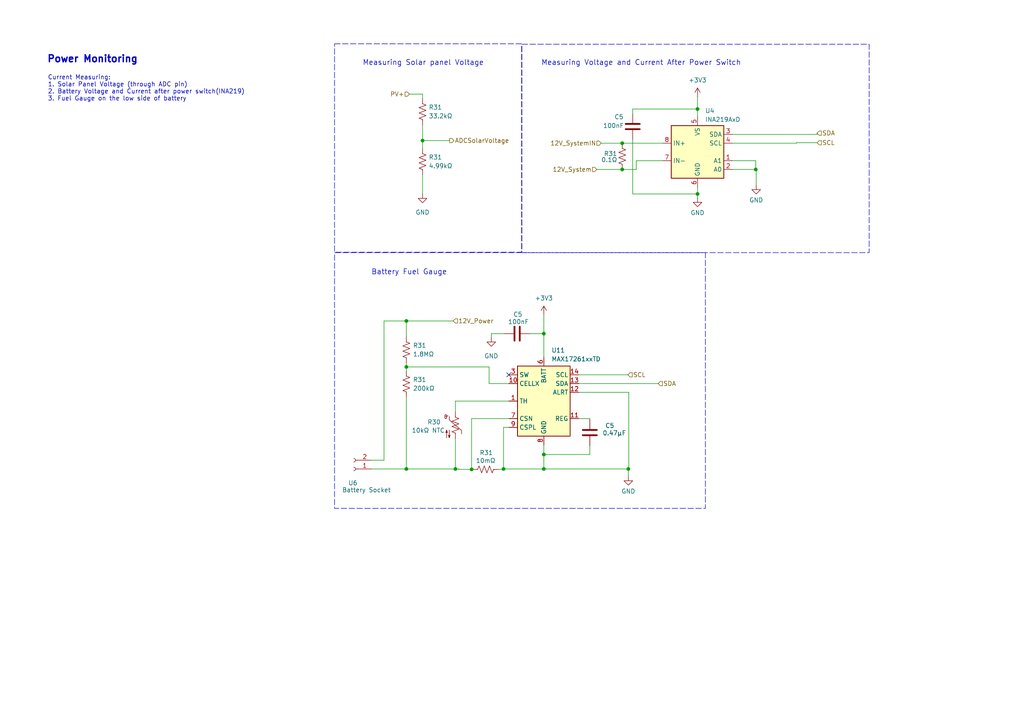
<source format=kicad_sch>
(kicad_sch (version 20230121) (generator eeschema)
  (paper "A4")
  (lib_symbols
    (symbol "Battery_Management:MAX17261xxTD"
      (property "Reference" "U" (at -6.985 11.43 0))
      (property "Value" "MAX17261xxTD" (at 8.255 11.43 0))
      (symbol "MAX17261xxTD_0_1"
        (rectangle (start -7.62 10.16) (end 7.62 -10.16) (stroke (width 0.254)) (fill (type background)))
      )
      (symbol "MAX17261xxTD_1_1"
        (pin passive line (at -10.16 0 0) (length 2.54) (name "TH") (number "1"))
        (pin input line (at -10.16 5.08 0) (length 2.54) (name "CELLX") (number "10"))
        (pin power_out line (at 10.16 -5.08 180) (length 2.54) (name "REG") (number "11"))
        (pin open_collector line (at 10.16 2.54 180) (length 2.54) (name "ALRT") (number "12"))
        (pin bidirectional line (at 10.16 5.08 180) (length 2.54) (name "SDA") (number "13"))
        (pin input line (at 10.16 7.62 180) (length 2.54) (name "SCL") (number "14"))
        (pin passive line (at 0 -12.7 90) (length 2.54) hide (name "GND") (number "15"))
        (pin no_connect line (at 2.54 -10.16 90) (length 2.54) hide (name "NC") (number "2"))
        (pin output line (at -10.16 7.62 0) (length 2.54) (name "SW") (number "3"))
        (pin no_connect line (at -2.54 -10.16 90) (length 2.54) hide (name "NC") (number "4"))
        (pin no_connect line (at 5.08 -10.16 90) (length 2.54) hide (name "NC") (number "5"))
        (pin power_in line (at 0 12.7 270) (length 2.54) (name "BATT") (number "6"))
        (pin passive line (at -10.16 -5.08 0) (length 2.54) (name "CSN") (number "7"))
        (pin power_in line (at 0 -12.7 90) (length 2.54) (name "GND") (number "8"))
        (pin passive line (at -10.16 -7.62 0) (length 2.54) (name "CSPL") (number "9"))
      )
    )
    (symbol "Connector:Conn_01x02_Socket" (pin_names (offset 1.016) hide)
      (property "Reference" "J" (at 0 2.54 0))
      (property "Value" "Conn_01x02_Socket" (at 0 -5.08 0))
      (symbol "Conn_01x02_Socket_1_1"
        (arc (start 0 -2.032) (mid -0.5058 -2.54) (end 0 -3.048) (stroke (width 0.1524)))
        (polyline (pts (xy -1.27 -2.54) (xy -0.508 -2.54)) (stroke (width 0.1524)))
        (polyline (pts (xy -1.27 0) (xy -0.508 0)) (stroke (width 0.1524)))
        (arc (start 0 0.508) (mid -0.5058 0) (end 0 -0.508) (stroke (width 0.1524)))
        (pin passive line (at -5.08 0 0) (length 3.81) (name "Pin_1") (number "1"))
        (pin passive line (at -5.08 -2.54 0) (length 3.81) (name "Pin_2") (number "2"))
      )
    )
    (symbol "Device:C" (pin_numbers hide) (pin_names (offset 0.254))
      (property "Reference" "C" (at 0.635 2.54 0))
      (property "Value" "C" (at 0.635 -2.54 0))
      (symbol "C_0_1"
        (polyline (pts (xy -2.032 -0.762) (xy 2.032 -0.762)) (stroke (width 0.508)))
        (polyline (pts (xy -2.032 0.762) (xy 2.032 0.762)) (stroke (width 0.508)))
      )
      (symbol "C_1_1"
        (pin passive line (at 0 3.81 270) (length 2.794) (name "~") (number "1"))
        (pin passive line (at 0 -3.81 90) (length 2.794) (name "~") (number "2"))
      )
    )
    (symbol "Device:R_US" (pin_numbers hide) (pin_names (offset 0))
      (property "Reference" "R" (at 2.54 0 90))
      (property "Value" "R_US" (at -2.54 0 90))
      (symbol "R_US_0_1"
        (polyline (pts (xy 0 -2.286) (xy 0 -2.54)))
        (polyline (pts (xy 0 2.286) (xy 0 2.54)))
        (polyline (pts (xy 0 -0.762) (xy 1.016 -1.143) (xy 0 -1.524) (xy -1.016 -1.905) (xy 0 -2.286)))
        (polyline (pts (xy 0 0.762) (xy 1.016 0.381) (xy 0 0) (xy -1.016 -0.381) (xy 0 -0.762)))
        (polyline (pts (xy 0 2.286) (xy 1.016 1.905) (xy 0 1.524) (xy -1.016 1.143) (xy 0 0.762)))
      )
      (symbol "R_US_1_1"
        (pin passive line (at 0 3.81 270) (length 1.27) (name "~") (number "1"))
        (pin passive line (at 0 -3.81 90) (length 1.27) (name "~") (number "2"))
      )
    )
    (symbol "Device:Thermistor_NTC_US" (pin_numbers hide) (pin_names (offset 0))
      (property "Reference" "TH" (at -4.445 0 90))
      (property "Value" "Thermistor_NTC_US" (at 3.175 0 90))
      (symbol "Thermistor_NTC_US_0_1"
        (arc (start -3.048 2.159) (mid -3.0495 2.3143) (end -3.175 2.413))
        (arc (start -3.048 2.159) (mid -2.9736 1.9794) (end -2.794 1.905))
        (arc (start -3.048 2.794) (mid -2.9736 2.6144) (end -2.794 2.54))
        (arc (start -2.794 1.905) (mid -2.6144 1.9794) (end -2.54 2.159))
        (arc (start -2.794 2.54) (mid -2.4393 2.5587) (end -2.159 2.794))
        (arc (start -2.794 3.048) (mid -2.9736 2.9736) (end -3.048 2.794))
        (arc (start -2.54 2.794) (mid -2.6144 2.9736) (end -2.794 3.048))
        (polyline (pts (xy -2.54 2.159) (xy -2.54 2.794)))
        (polyline (pts (xy 0 -2.286) (xy 0 -2.54)))
        (polyline (pts (xy 0 2.286) (xy 0 2.54)))
        (polyline (pts (xy -1.778 2.54) (xy -1.778 1.524) (xy 1.778 -1.524) (xy 1.778 -2.54)))
        (polyline (pts (xy 0 -0.762) (xy 1.016 -1.143) (xy 0 -1.524) (xy -1.016 -1.905) (xy 0 -2.286)))
        (polyline (pts (xy 0 0.762) (xy 1.016 0.381) (xy 0 0) (xy -1.016 -0.381) (xy 0 -0.762)))
        (polyline (pts (xy 0 2.286) (xy 1.016 1.905) (xy 0 1.524) (xy -1.016 1.143) (xy 0 0.762)))
        (polyline (pts (xy -2.54 -3.683) (xy -2.54 -1.397) (xy -2.794 -2.159) (xy -2.286 -2.159) (xy -2.54 -1.397) (xy -2.54 -1.651)) (fill (type outline)))
        (polyline (pts (xy -1.778 -1.397) (xy -1.778 -3.683) (xy -2.032 -2.921) (xy -1.524 -2.921) (xy -1.778 -3.683) (xy -1.778 -3.429)) (fill (type outline)))
      )
      (symbol "Thermistor_NTC_US_1_1"
        (pin passive line (at 0 3.81 270) (length 1.27) (name "~") (number "1"))
        (pin passive line (at 0 -3.81 90) (length 1.27) (name "~") (number "2"))
      )
    )
    (symbol "Sensor_Energy:INA219AxD"
      (property "Reference" "U" (at -6.35 8.89 0))
      (property "Value" "INA219AxD" (at 5.08 8.89 0))
      (symbol "INA219AxD_0_1"
        (rectangle (start -7.62 7.62) (end 7.62 -7.62) (stroke (width 0.254)) (fill (type background)))
      )
      (symbol "INA219AxD_1_1"
        (pin input line (at 10.16 -2.54 180) (length 2.54) (name "A1") (number "1"))
        (pin input line (at 10.16 -5.08 180) (length 2.54) (name "A0") (number "2"))
        (pin bidirectional line (at 10.16 5.08 180) (length 2.54) (name "SDA") (number "3"))
        (pin input line (at 10.16 2.54 180) (length 2.54) (name "SCL") (number "4"))
        (pin power_in line (at 0 10.16 270) (length 2.54) (name "VS") (number "5"))
        (pin power_in line (at 0 -10.16 90) (length 2.54) (name "GND") (number "6"))
        (pin input line (at -10.16 -2.54 0) (length 2.54) (name "IN-") (number "7"))
        (pin input line (at -10.16 2.54 0) (length 2.54) (name "IN+") (number "8"))
      )
    )
    (symbol "power:+3V3" (power) (pin_names (offset 0))
      (property "Value" "+3V3" (at 0 3.556 0))
      (symbol "+3V3_0_1"
        (polyline (pts (xy -0.762 1.27) (xy 0 2.54)))
        (polyline (pts (xy 0 0) (xy 0 2.54)))
        (polyline (pts (xy 0 2.54) (xy 0.762 1.27)))
      )
      (symbol "+3V3_1_1"
        (pin power_in line (at 0 0 90) (length 0) hide (name "+3V3") (number "1"))
      )
    )
    (symbol "power:GND" (power) (pin_names (offset 0))
      (property "Value" "GND" (at 0 -3.81 0))
      (symbol "GND_0_1"
        (polyline (pts (xy 0 0) (xy 0 -1.27) (xy 1.27 -1.27) (xy 0 -2.54) (xy -1.27 -1.27) (xy 0 -1.27)))
      )
      (symbol "GND_1_1"
        (pin power_in line (at 0 0 270) (length 0) hide (name "GND") (number "1"))
      )
    )
  )
  (junction (at 136.779 136.144))
  (junction (at 117.856 106.426))
  (junction (at 202.311 31.623))
  (junction (at 157.734 96.774))
  (junction (at 117.856 93.091))
  (junction (at 219.202 49.149))
  (junction (at 157.734 136.017))
  (junction (at 202.311 56.261))
  (junction (at 182.245 136.017))
  (junction (at 180.467 41.529))
  (junction (at 157.734 131.826))
  (junction (at 122.555 40.767))
  (junction (at 132.08 136.017))
  (junction (at 146.05 136.017))
  (junction (at 180.467 49.149))
  (junction (at 117.856 136.017))
  (no_connect (at 147.574 108.712))
  (wire (pts (xy 136.779 136.144) (xy 137.033 136.144)))
  (wire (pts (xy 146.05 136.017) (xy 157.734 136.017)))
  (wire (pts (xy 122.555 27.305) (xy 122.555 28.575)))
  (wire (pts (xy 182.245 136.017) (xy 157.734 136.017)))
  (wire (pts (xy 133.096 136.144) (xy 136.779 136.144)))
  (wire (pts (xy 132.08 116.332) (xy 147.574 116.332)))
  (wire (pts (xy 147.574 121.412) (xy 136.779 121.412)))
  (wire (pts (xy 182.245 135.763) (xy 182.245 136.017)))
  (wire (pts (xy 141.859 111.252) (xy 147.574 111.252)))
  (wire (pts (xy 167.894 113.792) (xy 182.372 113.792)))
  (wire (pts (xy 167.894 111.252) (xy 190.881 111.252)))
  (wire (pts (xy 117.856 115.189) (xy 117.856 136.017)))
  (wire (pts (xy 118.745 27.305) (xy 122.555 27.305)))
  (wire (pts (xy 182.372 135.763) (xy 182.245 135.763)))
  (wire (pts (xy 147.574 123.952) (xy 146.05 123.952)))
  (wire (pts (xy 219.202 46.609) (xy 219.202 49.149)))
  (wire (pts (xy 142.494 96.774) (xy 146.177 96.774)))
  (wire (pts (xy 157.734 131.826) (xy 157.734 136.017)))
  (wire (pts (xy 202.311 56.261) (xy 202.311 57.404)))
  (wire (pts (xy 183.515 56.261) (xy 202.311 56.261)))
  (wire (pts (xy 202.311 28.067) (xy 202.311 31.623)))
  (wire (pts (xy 171.069 121.412) (xy 171.069 121.666)))
  (wire (pts (xy 117.856 93.091) (xy 131.445 93.091)))
  (wire (pts (xy 157.734 91.313) (xy 157.734 96.774)))
  (wire (pts (xy 231.013 41.402) (xy 231.013 41.529)))
  (wire (pts (xy 157.734 96.774) (xy 157.734 103.632)))
  (wire (pts (xy 153.797 96.774) (xy 157.734 96.774)))
  (wire (pts (xy 132.08 119.507) (xy 132.08 116.332)))
  (wire (pts (xy 183.515 31.623) (xy 183.515 32.893)))
  (wire (pts (xy 236.982 41.402) (xy 231.013 41.402)))
  (wire (pts (xy 167.894 121.412) (xy 171.069 121.412)))
  (wire (pts (xy 171.069 131.826) (xy 157.734 131.826)))
  (wire (pts (xy 111.379 93.091) (xy 117.856 93.091)))
  (wire (pts (xy 212.471 49.149) (xy 219.202 49.149)))
  (wire (pts (xy 183.515 40.513) (xy 183.515 56.261)))
  (wire (pts (xy 202.311 31.623) (xy 202.311 33.909)))
  (wire (pts (xy 171.069 129.286) (xy 171.069 131.826)))
  (wire (pts (xy 132.08 136.017) (xy 132.08 127.127)))
  (wire (pts (xy 174.371 41.529) (xy 180.467 41.529)))
  (wire (pts (xy 212.471 38.989) (xy 236.982 38.989)))
  (wire (pts (xy 167.894 108.712) (xy 182.118 108.712)))
  (wire (pts (xy 146.05 136.144) (xy 144.653 136.144)))
  (wire (pts (xy 182.245 138.176) (xy 182.245 136.017)))
  (wire (pts (xy 146.05 136.017) (xy 146.05 136.144)))
  (wire (pts (xy 142.494 97.917) (xy 142.494 96.774)))
  (wire (pts (xy 132.08 136.017) (xy 133.096 136.017)))
  (wire (pts (xy 117.856 105.283) (xy 117.856 106.426)))
  (wire (pts (xy 122.555 40.767) (xy 130.429 40.767)))
  (wire (pts (xy 117.856 106.426) (xy 117.856 107.569)))
  (wire (pts (xy 212.471 46.609) (xy 219.202 46.609)))
  (wire (pts (xy 212.471 41.529) (xy 231.013 41.529)))
  (wire (pts (xy 122.555 36.195) (xy 122.555 40.767)))
  (wire (pts (xy 133.096 136.017) (xy 133.096 136.144)))
  (wire (pts (xy 219.329 49.149) (xy 219.202 49.149)))
  (wire (pts (xy 236.982 38.989) (xy 236.982 38.608)))
  (wire (pts (xy 180.467 49.149) (xy 173.101 49.149)))
  (wire (pts (xy 180.467 41.529) (xy 192.151 41.529)))
  (wire (pts (xy 219.329 49.149) (xy 219.329 53.721)))
  (wire (pts (xy 136.779 121.412) (xy 136.779 136.144)))
  (wire (pts (xy 184.531 46.609) (xy 184.531 49.149)))
  (wire (pts (xy 117.856 97.663) (xy 117.856 93.091)))
  (wire (pts (xy 184.531 49.149) (xy 180.467 49.149)))
  (wire (pts (xy 192.151 46.609) (xy 184.531 46.609)))
  (wire (pts (xy 157.734 129.032) (xy 157.734 131.826)))
  (wire (pts (xy 122.555 50.673) (xy 122.555 56.261)))
  (wire (pts (xy 202.311 31.623) (xy 183.515 31.623)))
  (wire (pts (xy 182.372 113.792) (xy 182.372 135.763)))
  (wire (pts (xy 141.859 106.426) (xy 141.859 111.252)))
  (wire (pts (xy 202.311 54.229) (xy 202.311 56.261)))
  (wire (pts (xy 117.856 136.017) (xy 132.08 136.017)))
  (wire (pts (xy 111.379 93.091) (xy 111.379 133.477)))
  (wire (pts (xy 122.555 40.767) (xy 122.555 43.053)))
  (wire (pts (xy 117.856 106.426) (xy 141.859 106.426)))
  (wire (pts (xy 107.696 133.477) (xy 111.379 133.477)))
  (wire (pts (xy 107.696 136.017) (xy 117.856 136.017)))
  (wire (pts (xy 146.05 123.952) (xy 146.05 136.017)))
  (rectangle (start 97.028 12.7) (end 151.257 73.152) (stroke (width 0) (type dash)))
  (rectangle (start 151.384 12.827) (end 252.095 73.279) (stroke (width 0) (type dash)))
  (rectangle (start 97.028 73.279) (end 204.597 147.447) (stroke (width 0) (type dash)))
  (text "Power Monitoring" (at 13.589 18.415 0) (effects (font (size 2 2) (thickness 0.4) bold) (justify left bottom)))
  (text "Measuring Solar panel Voltage" (at 105.156 19.177 0) (effects (font (size 1.5 1.5)) (justify left bottom)))
  (text "Current Measuring:\n1. Solar Panel Voltage (through ADC pin)\n2. Battery Voltage and Current after power switch(INA219)\n3. Fuel Gauge on the low side of battery" (at 13.843 29.464 0) (effects (font (size 1.27 1.27)) (justify left bottom)))
  (text "Measuring Voltage and Current After Power Switch" (at 156.972 19.177 0) (effects (font (size 1.5 1.5)) (justify left bottom)))
  (text "Battery Fuel Gauge" (at 107.696 79.883 0) (effects (font (size 1.5 1.5)) (justify left bottom)))
  (hierarchical_label "SDA" (shape input) (at 190.881 111.252 0))
  (hierarchical_label "12V_Power" (shape input) (at 131.445 93.091 0))
  (hierarchical_label "PV+" (shape input) (at 118.745 27.305 180))
  (hierarchical_label "12V_SystemIN" (shape input) (at 174.371 41.529 180))
  (hierarchical_label "ADCSolarVoltage" (shape output) (at 130.429 40.767 0))
  (hierarchical_label "SCL" (shape input) (at 236.982 41.402 0))
  (hierarchical_label "12V_System" (shape input) (at 173.101 49.149 180))
  (hierarchical_label "SCL" (shape input) (at 182.118 108.712 0))
  (hierarchical_label "SDA" (shape input) (at 236.982 38.608 0))
  (symbol (lib_id "Sensor_Energy:INA219AxD") (at 202.311 44.069 0) (unit 1)
    (property "Reference" "U4" (at 204.5051 32.131 0) (effects (justify left)))
    (property "Value" "INA219AxD" (at 204.5051 34.671 0) (effects (justify left)))
    (property "Footprint" "Package_SO:SOIC-8_3.9x4.9mm_P1.27mm" (effects hide))
    (property "Datasheet" "http://www.ti.com/lit/ds/symlink/ina219.pdf" (effects hide))
    (property "Manufacturer" "TI" (effects hide))
    (property "MFG Part#" "INA219AIDR" (effects hide))
    (property "Description" "0V~26V 1.0 SOIC-8 Current Sense Amplifiers ROHS" (effects hide))
    (property "Package" "SOIC-8" (effects hide))
    (property "LCSC" "C138706" (effects hide))
  )
  (symbol (lib_id "Battery_Management:MAX17261xxTD") (at 157.734 116.332 0) (unit 1)
    (property "Reference" "U11" (at 159.9281 101.6 0) (effects (justify left)))
    (property "Value" "MAX17261xxTD" (at 159.9281 104.14 0) (effects (justify left)))
    (property "Footprint" "Package_DFN_QFN:TDFN-14-1EP_3x3mm_P0.4mm_EP1.78x2.35mm" (effects hide))
    (property "Datasheet" "https://datasheets.maximintegrated.com/en/ds/MAX17261.pdf" (effects hide))
    (property "Manufacturer" "MAXIM" (effects hide))
    (property "MFG Part#" "MAX17261METD+" (effects hide))
    (property "Description" "2.3V~4.9V Lithium-ion/Polymer 1 TDFN-14(3x3) Battery Management ROHS" (effects hide))
    (property "Package" "TDFN-14(3x3)" (effects hide))
    (property "LCSC" "C7457893" (effects hide))
  )
  (symbol (lib_id "power:GND") (at 202.311 57.404 0) (unit 1)
    (property "Reference" "#PWR051" (effects hide))
    (property "Value" "GND" (at 202.311 61.722 0))
  )
  (symbol (lib_id "power:+3V3") (at 157.734 91.313 0) (unit 1)
    (property "Reference" "#PWR040" (effects hide))
    (property "Value" "+3V3" (at 157.734 86.487 0))
  )
  (symbol (lib_id "Device:R_US") (at 117.856 101.473 0) (unit 1)
    (property "Reference" "R31" (at 119.761 100.203 0) (effects (justify left)))
    (property "Value" "1.8MΩ" (at 119.761 102.743 0) (effects (justify left)))
    (property "Footprint" "Resistor_SMD:R_1206_3216Metric" (effects hide))
    (property "Manufacturer" "FOJAN" (effects hide))
    (property "MFG Part#" "FRC1206F1804TS" (effects hide))
    (property "Description" "250mW Thick Film Resistor 200V ±100ppm/℃ ±1% 1.8MΩ 1206 Chip Resistor - Surface Mount ROHS" (effects hide))
    (property "Package" "1206" (effects hide))
    (property "LCSC" "C2933615" (effects hide))
    (instances (project "Taz Main PCB V1.14" (path "" (reference "R31") (unit 1)) (path "" (reference "R31") (unit 1)) (path "" (reference "R32") (unit 1))))
  )
  (symbol (lib_id "power:GND") (at 142.494 97.917 0) (unit 1)
    (property "Reference" "#PWR047" (effects hide))
    (property "Value" "GND" (at 142.494 103.251 0))
  )
  (symbol (lib_id "Device:R_US") (at 122.555 46.863 0) (unit 1)
    (property "Reference" "R31" (at 124.333 45.593 0) (effects (justify left)))
    (property "Value" "4.99kΩ" (at 124.333 48.133 0) (effects (justify left)))
    (property "Footprint" "Resistor_SMD:R_0805_2012Metric" (effects hide))
    (property "Manufacturer" "UNI-ROYAL" (effects hide))
    (property "MFG Part#" "0805W8F4991T5E" (effects hide))
    (property "Description" "125mW Thick Film Resistor 150V ±100ppm/℃ ±1% 4.99kΩ 0805 Chip Resistor - Surface Mount ROHS" (effects hide))
    (property "Package" "0805" (effects hide))
    (property "LCSC" "C17677" (effects hide))
    (instances (project "Taz Main PCB V1.14" (path "" (reference "R31") (unit 1)) (path "" (reference "R31") (unit 1)) (path "" (reference "R26") (unit 1))))
  )
  (symbol (lib_id "power:+3V3") (at 202.311 28.067 0) (unit 1)
    (property "Reference" "#PWR050" (effects hide))
    (property "Value" "+3V3" (at 202.311 23.241 0))
  )
  (symbol (lib_id "power:GND") (at 182.245 138.176 0) (unit 1)
    (property "Reference" "#PWR052" (effects hide))
    (property "Value" "GND" (at 182.245 142.494 0))
  )
  (symbol (lib_id "Connector:Conn_01x02_Socket") (at 102.616 136.017 180) (unit 1)
    (property "Reference" "U6" (at 102.362 140.081 0))
    (property "Value" "Battery Socket" (at 106.299 142.113 0))
    (property "Footprint" "Connector_JST:JST_XH_B2B-XH-AM_1x02_P2.50mm_Vertical" (effects hide))
    (property "Manufacturer" "HCTL" (effects hide))
    (property "MFG Part#" "XH-2A" (effects hide))
    (property "Description" "1x2P 2P XH 1 Tin 2.5mm 2 -25℃~+85℃ Brass 3A Through Hole Through Hole,P=2.5mm Wire To Board Connector ROHS" (effects hide))
    (property "Package" "Through Hole,Right Angle,P=2.5mm" (effects hide))
    (property "LCSC" "C2908600" (effects hide))
  )
  (symbol (lib_id "Device:C") (at 149.987 96.774 270) (unit 1)
    (property "Reference" "C5" (at 148.844 91.186 90) (effects (justify left)))
    (property "Value" "100nF" (at 147.32 93.345 90) (effects (justify left)))
    (property "Footprint" "Capacitor_SMD:C_0805_2012Metric" (effects hide))
    (property "Manufacturer" "YAGEO" (effects hide))
    (property "MFG Part#" "CC0805KRX7R9BB104" (effects hide))
    (property "Description" "50V 100nF X7R ±10% 0805 Multilayer Ceramic Capacitors MLCC - SMD/SMT ROHS" (effects hide))
    (property "Package" "0805" (effects hide))
    (property "LCSC" "C49678" (effects hide))
    (instances (project "Taz Main PCB V1.14" (path "" (reference "C5") (unit 1)) (path "" (reference "C13") (unit 1)) (path "" (reference "C5") (unit 1)) (path "" (reference "C25") (unit 1))))
  )
  (symbol (lib_id "Device:R_US") (at 122.555 32.385 0) (unit 1)
    (property "Reference" "R31" (at 124.333 31.115 0) (effects (justify left)))
    (property "Value" "33.2kΩ" (at 124.333 33.655 0) (effects (justify left)))
    (property "Footprint" "Resistor_SMD:R_0805_2012Metric" (effects hide))
    (property "Manufacturer" "VO" (effects hide))
    (property "MFG Part#" "SCR0805F33K2" (effects hide))
    (property "Description" "125mW Thick Film Resistor 150V ±100ppm/℃ ±1% 33.2kΩ 0805 Chip Resistor - Surface Mount ROHS" (effects hide))
    (property "Package" "0805" (effects hide))
    (property "LCSC" "C3016779" (effects hide))
    (instances (project "Taz Main PCB V1.14" (path "" (reference "R31") (unit 1)) (path "" (reference "R31") (unit 1)) (path "" (reference "R16") (unit 1))))
  )
  (symbol (lib_id "Device:Thermistor_NTC_US") (at 132.08 123.317 0) (unit 1)
    (property "Reference" "R30" (at 123.952 122.428 0) (effects (justify left)))
    (property "Value" "10kΩ NTC" (at 119.38 124.841 0) (effects (justify left)))
    (property "Footprint" "Resistor_SMD:R_0603_1608Metric" (effects hide))
    (property "Manufacturer" "UNI-ROYAL" (effects hide))
    (property "MFG Part#" "0603WAF1002T5E" (effects hide))
    (property "Description" "100mW Thick Film Resistor 75V ±100ppm/℃ ±1% 10kΩ 0603 Chip Resistor - Surface Mount ROHS" (effects hide))
    (property "Package" "0603" (effects hide))
    (property "LCSC" "C25804" (effects hide))
  )
  (symbol (lib_id "Device:R_US") (at 117.856 111.379 0) (unit 1)
    (property "Reference" "R31" (at 119.761 110.109 0) (effects (justify left)))
    (property "Value" "200kΩ" (at 119.761 112.649 0) (effects (justify left)))
    (property "Footprint" "Resistor_SMD:R_0805_2012Metric" (effects hide))
    (property "Manufacturer" "FOJAN" (effects hide))
    (property "MFG Part#" "FRC0805F2003TS" (effects hide))
    (property "Description" "125mW Thick Film Resistor 150V ±100ppm/℃ ±1% 200kΩ 0805 Chip Resistor - Surface Mount ROHS" (effects hide))
    (property "Package" "0805" (effects hide))
    (property "LCSC" "C2907238" (effects hide))
    (instances (project "Taz Main PCB V1.14" (path "" (reference "R31") (unit 1)) (path "" (reference "R31") (unit 1)) (path "" (reference "R41") (unit 1))))
  )
  (symbol (lib_id "Device:C") (at 171.069 125.476 0) (unit 1)
    (property "Reference" "C5" (at 175.514 123.444 0) (effects (justify left)))
    (property "Value" "0.47µF" (at 174.752 125.603 0) (effects (justify left)))
    (property "Footprint" "Capacitor_SMD:C_0805_2012Metric" (effects hide))
    (property "Manufacturer" "Samsung Electro-Mechanics" (effects hide))
    (property "MFG Part#" "CL21B474KBFNNNE" (effects hide))
    (property "Description" "50V 470nF X7R ±10% 0805 Multilayer Ceramic Capacitors MLCC - SMD/SMT ROHS" (effects hide))
    (property "Package" "0805" (effects hide))
    (property "LCSC" "C13967" (effects hide))
    (instances (project "Taz Main PCB V1.14" (path "" (reference "C5") (unit 1)) (path "" (reference "C13") (unit 1)) (path "" (reference "C5") (unit 1)) (path "" (reference "C26") (unit 1))))
  )
  (symbol (lib_id "Device:R_US") (at 140.843 136.144 90) (unit 1)
    (property "Reference" "R31" (at 143.002 131.318 90) (effects (justify left)))
    (property "Value" "10mΩ" (at 143.764 133.604 90) (effects (justify left)))
    (property "Footprint" "Resistor_SMD:R_2512_6332Metric" (effects hide))
    (property "Manufacturer" "PSA" (effects hide))
    (property "MFG Part#" "FMF25FPJR010-LH" (effects hide))
    (property "Description" "2W 10mΩ ±70ppm/℃ ±1% 2512 Current Sense Resistors / Shunt Resistors ROHS" (effects hide))
    (property "Package" "2512" (effects hide))
    (property "LCSC" "C105366" (effects hide))
    (instances (project "Taz Main PCB V1.14" (path "" (reference "R31") (unit 1)) (path "" (reference "R31") (unit 1)) (path "" (reference "R42") (unit 1))))
  )
  (symbol (lib_id "power:GND") (at 122.555 56.261 0) (unit 1)
    (property "Reference" "#PWR034" (effects hide))
    (property "Value" "GND" (at 122.555 61.595 0))
  )
  (symbol (lib_id "Device:R_US") (at 180.467 45.339 0) (unit 1)
    (property "Reference" "R31" (at 175.133 44.577 0) (effects (justify left)))
    (property "Value" "0.1Ω" (at 174.371 46.355 0) (effects (justify left)))
    (property "Footprint" "Resistor_SMD:R_2512_6332Metric" (effects hide))
    (property "Manufacturer" "FOJAN" (effects hide))
    (property "MFG Part#" "FRL2512FR100TS" (effects hide))
    (property "Description" "1W Thick Film Resistor 500V ±1% ±600ppm/℃ 100mΩ 2512 Chip Resistor - Surface Mount ROHS" (effects hide))
    (property "Package" "2512" (effects hide))
    (property "LCSC" "C2960832" (effects hide))
    (instances (project "Taz Main PCB V1.14" (path "" (reference "R31") (unit 1)) (path "" (reference "R31") (unit 1)) (path "" (reference "R10") (unit 1))))
  )
  (symbol (lib_id "power:GND") (at 219.329 53.721 0) (unit 1)
    (property "Reference" "#PWR049" (effects hide))
    (property "Value" "GND" (at 219.329 58.039 0))
  )
  (symbol (lib_id "Device:C") (at 183.515 36.703 0) (unit 1)
    (property "Reference" "C5" (at 178.181 33.909 0) (effects (justify left)))
    (property "Value" "100nF" (at 174.879 36.449 0) (effects (justify left)))
    (property "Footprint" "Capacitor_SMD:C_0805_2012Metric" (effects hide))
    (property "Manufacturer" "YAGEO" (effects hide))
    (property "MFG Part#" "CC0805KRX7R9BB104" (effects hide))
    (property "Description" "50V 100nF X7R ±10% 0805 Multilayer Ceramic Capacitors MLCC - SMD/SMT ROHS" (effects hide))
    (property "Package" "0805" (effects hide))
    (property "LCSC" "C49678" (effects hide))
    (instances (project "Taz Main PCB V1.14" (path "" (reference "C5") (unit 1)) (path "" (reference "C13") (unit 1)) (path "" (reference "C5") (unit 1)) (path "" (reference "C12") (unit 1))))
  )
)
</source>
